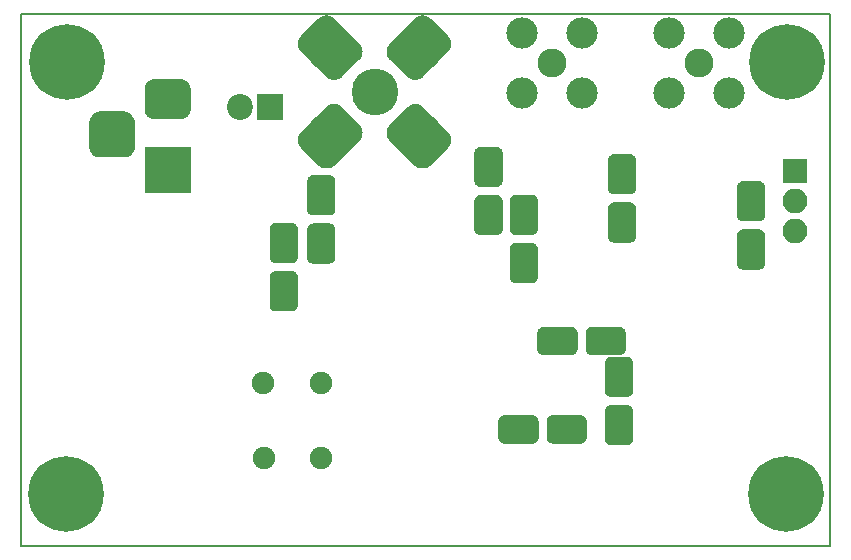
<source format=gbr>
%TF.GenerationSoftware,KiCad,Pcbnew,(5.1.2)-2*%
%TF.CreationDate,2019-08-18T23:04:57+01:00*%
%TF.ProjectId,ReferenceBias,52656665-7265-46e6-9365-426961732e6b,rev?*%
%TF.SameCoordinates,Original*%
%TF.FileFunction,Soldermask,Bot*%
%TF.FilePolarity,Negative*%
%FSLAX46Y46*%
G04 Gerber Fmt 4.6, Leading zero omitted, Abs format (unit mm)*
G04 Created by KiCad (PCBNEW (5.1.2)-2) date 2019-08-18 23:04:57*
%MOMM*%
%LPD*%
G04 APERTURE LIST*
%ADD10C,0.150000*%
%ADD11C,1.900000*%
%ADD12C,0.100000*%
%ADD13C,2.400000*%
%ADD14R,2.100000X2.100000*%
%ADD15O,2.100000X2.100000*%
%ADD16C,4.000000*%
%ADD17C,3.956000*%
%ADD18R,3.900000X3.900000*%
%ADD19C,3.400000*%
%ADD20C,3.900000*%
%ADD21C,2.650000*%
%ADD22C,2.450000*%
%ADD23C,6.400000*%
%ADD24R,2.200000X2.200000*%
%ADD25C,2.200000*%
G04 APERTURE END LIST*
D10*
X28500000Y-109000000D02*
X28500000Y-154000000D01*
X97000000Y-154000000D02*
X28500000Y-154000000D01*
X97000000Y-109000000D02*
X97000000Y-154000000D01*
X28500000Y-109000000D02*
X97000000Y-109000000D01*
D11*
X53902000Y-146558000D03*
X49022000Y-146558000D03*
X48968000Y-140208000D03*
X53848000Y-140208000D03*
D12*
G36*
X79216247Y-135454508D02*
G01*
X79266803Y-135462007D01*
X79316380Y-135474425D01*
X79364502Y-135491644D01*
X79410703Y-135513495D01*
X79454541Y-135539771D01*
X79495592Y-135570216D01*
X79533461Y-135604539D01*
X79567784Y-135642408D01*
X79598229Y-135683459D01*
X79624505Y-135727297D01*
X79646356Y-135773498D01*
X79663575Y-135821620D01*
X79675993Y-135871197D01*
X79683492Y-135921753D01*
X79686000Y-135972800D01*
X79686000Y-137331200D01*
X79683492Y-137382247D01*
X79675993Y-137432803D01*
X79663575Y-137482380D01*
X79646356Y-137530502D01*
X79624505Y-137576703D01*
X79598229Y-137620541D01*
X79567784Y-137661592D01*
X79533461Y-137699461D01*
X79495592Y-137733784D01*
X79454541Y-137764229D01*
X79410703Y-137790505D01*
X79364502Y-137812356D01*
X79316380Y-137829575D01*
X79266803Y-137841993D01*
X79216247Y-137849492D01*
X79165200Y-137852000D01*
X76806800Y-137852000D01*
X76755753Y-137849492D01*
X76705197Y-137841993D01*
X76655620Y-137829575D01*
X76607498Y-137812356D01*
X76561297Y-137790505D01*
X76517459Y-137764229D01*
X76476408Y-137733784D01*
X76438539Y-137699461D01*
X76404216Y-137661592D01*
X76373771Y-137620541D01*
X76347495Y-137576703D01*
X76325644Y-137530502D01*
X76308425Y-137482380D01*
X76296007Y-137432803D01*
X76288508Y-137382247D01*
X76286000Y-137331200D01*
X76286000Y-135972800D01*
X76288508Y-135921753D01*
X76296007Y-135871197D01*
X76308425Y-135821620D01*
X76325644Y-135773498D01*
X76347495Y-135727297D01*
X76373771Y-135683459D01*
X76404216Y-135642408D01*
X76438539Y-135604539D01*
X76476408Y-135570216D01*
X76517459Y-135539771D01*
X76561297Y-135513495D01*
X76607498Y-135491644D01*
X76655620Y-135474425D01*
X76705197Y-135462007D01*
X76755753Y-135454508D01*
X76806800Y-135452000D01*
X79165200Y-135452000D01*
X79216247Y-135454508D01*
X79216247Y-135454508D01*
G37*
D13*
X77986000Y-136652000D03*
D12*
G36*
X75136247Y-135454508D02*
G01*
X75186803Y-135462007D01*
X75236380Y-135474425D01*
X75284502Y-135491644D01*
X75330703Y-135513495D01*
X75374541Y-135539771D01*
X75415592Y-135570216D01*
X75453461Y-135604539D01*
X75487784Y-135642408D01*
X75518229Y-135683459D01*
X75544505Y-135727297D01*
X75566356Y-135773498D01*
X75583575Y-135821620D01*
X75595993Y-135871197D01*
X75603492Y-135921753D01*
X75606000Y-135972800D01*
X75606000Y-137331200D01*
X75603492Y-137382247D01*
X75595993Y-137432803D01*
X75583575Y-137482380D01*
X75566356Y-137530502D01*
X75544505Y-137576703D01*
X75518229Y-137620541D01*
X75487784Y-137661592D01*
X75453461Y-137699461D01*
X75415592Y-137733784D01*
X75374541Y-137764229D01*
X75330703Y-137790505D01*
X75284502Y-137812356D01*
X75236380Y-137829575D01*
X75186803Y-137841993D01*
X75136247Y-137849492D01*
X75085200Y-137852000D01*
X72726800Y-137852000D01*
X72675753Y-137849492D01*
X72625197Y-137841993D01*
X72575620Y-137829575D01*
X72527498Y-137812356D01*
X72481297Y-137790505D01*
X72437459Y-137764229D01*
X72396408Y-137733784D01*
X72358539Y-137699461D01*
X72324216Y-137661592D01*
X72293771Y-137620541D01*
X72267495Y-137576703D01*
X72245644Y-137530502D01*
X72228425Y-137482380D01*
X72216007Y-137432803D01*
X72208508Y-137382247D01*
X72206000Y-137331200D01*
X72206000Y-135972800D01*
X72208508Y-135921753D01*
X72216007Y-135871197D01*
X72228425Y-135821620D01*
X72245644Y-135773498D01*
X72267495Y-135727297D01*
X72293771Y-135683459D01*
X72324216Y-135642408D01*
X72358539Y-135604539D01*
X72396408Y-135570216D01*
X72437459Y-135539771D01*
X72481297Y-135513495D01*
X72527498Y-135491644D01*
X72575620Y-135474425D01*
X72625197Y-135462007D01*
X72675753Y-135454508D01*
X72726800Y-135452000D01*
X75085200Y-135452000D01*
X75136247Y-135454508D01*
X75136247Y-135454508D01*
G37*
D13*
X73906000Y-136652000D03*
D12*
G36*
X79851247Y-142074508D02*
G01*
X79901803Y-142082007D01*
X79951380Y-142094425D01*
X79999502Y-142111644D01*
X80045703Y-142133495D01*
X80089541Y-142159771D01*
X80130592Y-142190216D01*
X80168461Y-142224539D01*
X80202784Y-142262408D01*
X80233229Y-142303459D01*
X80259505Y-142347297D01*
X80281356Y-142393498D01*
X80298575Y-142441620D01*
X80310993Y-142491197D01*
X80318492Y-142541753D01*
X80321000Y-142592800D01*
X80321000Y-144951200D01*
X80318492Y-145002247D01*
X80310993Y-145052803D01*
X80298575Y-145102380D01*
X80281356Y-145150502D01*
X80259505Y-145196703D01*
X80233229Y-145240541D01*
X80202784Y-145281592D01*
X80168461Y-145319461D01*
X80130592Y-145353784D01*
X80089541Y-145384229D01*
X80045703Y-145410505D01*
X79999502Y-145432356D01*
X79951380Y-145449575D01*
X79901803Y-145461993D01*
X79851247Y-145469492D01*
X79800200Y-145472000D01*
X78441800Y-145472000D01*
X78390753Y-145469492D01*
X78340197Y-145461993D01*
X78290620Y-145449575D01*
X78242498Y-145432356D01*
X78196297Y-145410505D01*
X78152459Y-145384229D01*
X78111408Y-145353784D01*
X78073539Y-145319461D01*
X78039216Y-145281592D01*
X78008771Y-145240541D01*
X77982495Y-145196703D01*
X77960644Y-145150502D01*
X77943425Y-145102380D01*
X77931007Y-145052803D01*
X77923508Y-145002247D01*
X77921000Y-144951200D01*
X77921000Y-142592800D01*
X77923508Y-142541753D01*
X77931007Y-142491197D01*
X77943425Y-142441620D01*
X77960644Y-142393498D01*
X77982495Y-142347297D01*
X78008771Y-142303459D01*
X78039216Y-142262408D01*
X78073539Y-142224539D01*
X78111408Y-142190216D01*
X78152459Y-142159771D01*
X78196297Y-142133495D01*
X78242498Y-142111644D01*
X78290620Y-142094425D01*
X78340197Y-142082007D01*
X78390753Y-142074508D01*
X78441800Y-142072000D01*
X79800200Y-142072000D01*
X79851247Y-142074508D01*
X79851247Y-142074508D01*
G37*
D13*
X79121000Y-143772000D03*
D12*
G36*
X79851247Y-137994508D02*
G01*
X79901803Y-138002007D01*
X79951380Y-138014425D01*
X79999502Y-138031644D01*
X80045703Y-138053495D01*
X80089541Y-138079771D01*
X80130592Y-138110216D01*
X80168461Y-138144539D01*
X80202784Y-138182408D01*
X80233229Y-138223459D01*
X80259505Y-138267297D01*
X80281356Y-138313498D01*
X80298575Y-138361620D01*
X80310993Y-138411197D01*
X80318492Y-138461753D01*
X80321000Y-138512800D01*
X80321000Y-140871200D01*
X80318492Y-140922247D01*
X80310993Y-140972803D01*
X80298575Y-141022380D01*
X80281356Y-141070502D01*
X80259505Y-141116703D01*
X80233229Y-141160541D01*
X80202784Y-141201592D01*
X80168461Y-141239461D01*
X80130592Y-141273784D01*
X80089541Y-141304229D01*
X80045703Y-141330505D01*
X79999502Y-141352356D01*
X79951380Y-141369575D01*
X79901803Y-141381993D01*
X79851247Y-141389492D01*
X79800200Y-141392000D01*
X78441800Y-141392000D01*
X78390753Y-141389492D01*
X78340197Y-141381993D01*
X78290620Y-141369575D01*
X78242498Y-141352356D01*
X78196297Y-141330505D01*
X78152459Y-141304229D01*
X78111408Y-141273784D01*
X78073539Y-141239461D01*
X78039216Y-141201592D01*
X78008771Y-141160541D01*
X77982495Y-141116703D01*
X77960644Y-141070502D01*
X77943425Y-141022380D01*
X77931007Y-140972803D01*
X77923508Y-140922247D01*
X77921000Y-140871200D01*
X77921000Y-138512800D01*
X77923508Y-138461753D01*
X77931007Y-138411197D01*
X77943425Y-138361620D01*
X77960644Y-138313498D01*
X77982495Y-138267297D01*
X78008771Y-138223459D01*
X78039216Y-138182408D01*
X78073539Y-138144539D01*
X78111408Y-138110216D01*
X78152459Y-138079771D01*
X78196297Y-138053495D01*
X78242498Y-138031644D01*
X78290620Y-138014425D01*
X78340197Y-138002007D01*
X78390753Y-137994508D01*
X78441800Y-137992000D01*
X79800200Y-137992000D01*
X79851247Y-137994508D01*
X79851247Y-137994508D01*
G37*
D13*
X79121000Y-139692000D03*
D12*
G36*
X71834247Y-142947508D02*
G01*
X71884803Y-142955007D01*
X71934380Y-142967425D01*
X71982502Y-142984644D01*
X72028703Y-143006495D01*
X72072541Y-143032771D01*
X72113592Y-143063216D01*
X72151461Y-143097539D01*
X72185784Y-143135408D01*
X72216229Y-143176459D01*
X72242505Y-143220297D01*
X72264356Y-143266498D01*
X72281575Y-143314620D01*
X72293993Y-143364197D01*
X72301492Y-143414753D01*
X72304000Y-143465800D01*
X72304000Y-144824200D01*
X72301492Y-144875247D01*
X72293993Y-144925803D01*
X72281575Y-144975380D01*
X72264356Y-145023502D01*
X72242505Y-145069703D01*
X72216229Y-145113541D01*
X72185784Y-145154592D01*
X72151461Y-145192461D01*
X72113592Y-145226784D01*
X72072541Y-145257229D01*
X72028703Y-145283505D01*
X71982502Y-145305356D01*
X71934380Y-145322575D01*
X71884803Y-145334993D01*
X71834247Y-145342492D01*
X71783200Y-145345000D01*
X69424800Y-145345000D01*
X69373753Y-145342492D01*
X69323197Y-145334993D01*
X69273620Y-145322575D01*
X69225498Y-145305356D01*
X69179297Y-145283505D01*
X69135459Y-145257229D01*
X69094408Y-145226784D01*
X69056539Y-145192461D01*
X69022216Y-145154592D01*
X68991771Y-145113541D01*
X68965495Y-145069703D01*
X68943644Y-145023502D01*
X68926425Y-144975380D01*
X68914007Y-144925803D01*
X68906508Y-144875247D01*
X68904000Y-144824200D01*
X68904000Y-143465800D01*
X68906508Y-143414753D01*
X68914007Y-143364197D01*
X68926425Y-143314620D01*
X68943644Y-143266498D01*
X68965495Y-143220297D01*
X68991771Y-143176459D01*
X69022216Y-143135408D01*
X69056539Y-143097539D01*
X69094408Y-143063216D01*
X69135459Y-143032771D01*
X69179297Y-143006495D01*
X69225498Y-142984644D01*
X69273620Y-142967425D01*
X69323197Y-142955007D01*
X69373753Y-142947508D01*
X69424800Y-142945000D01*
X71783200Y-142945000D01*
X71834247Y-142947508D01*
X71834247Y-142947508D01*
G37*
D13*
X70604000Y-144145000D03*
D12*
G36*
X75914247Y-142947508D02*
G01*
X75964803Y-142955007D01*
X76014380Y-142967425D01*
X76062502Y-142984644D01*
X76108703Y-143006495D01*
X76152541Y-143032771D01*
X76193592Y-143063216D01*
X76231461Y-143097539D01*
X76265784Y-143135408D01*
X76296229Y-143176459D01*
X76322505Y-143220297D01*
X76344356Y-143266498D01*
X76361575Y-143314620D01*
X76373993Y-143364197D01*
X76381492Y-143414753D01*
X76384000Y-143465800D01*
X76384000Y-144824200D01*
X76381492Y-144875247D01*
X76373993Y-144925803D01*
X76361575Y-144975380D01*
X76344356Y-145023502D01*
X76322505Y-145069703D01*
X76296229Y-145113541D01*
X76265784Y-145154592D01*
X76231461Y-145192461D01*
X76193592Y-145226784D01*
X76152541Y-145257229D01*
X76108703Y-145283505D01*
X76062502Y-145305356D01*
X76014380Y-145322575D01*
X75964803Y-145334993D01*
X75914247Y-145342492D01*
X75863200Y-145345000D01*
X73504800Y-145345000D01*
X73453753Y-145342492D01*
X73403197Y-145334993D01*
X73353620Y-145322575D01*
X73305498Y-145305356D01*
X73259297Y-145283505D01*
X73215459Y-145257229D01*
X73174408Y-145226784D01*
X73136539Y-145192461D01*
X73102216Y-145154592D01*
X73071771Y-145113541D01*
X73045495Y-145069703D01*
X73023644Y-145023502D01*
X73006425Y-144975380D01*
X72994007Y-144925803D01*
X72986508Y-144875247D01*
X72984000Y-144824200D01*
X72984000Y-143465800D01*
X72986508Y-143414753D01*
X72994007Y-143364197D01*
X73006425Y-143314620D01*
X73023644Y-143266498D01*
X73045495Y-143220297D01*
X73071771Y-143176459D01*
X73102216Y-143135408D01*
X73136539Y-143097539D01*
X73174408Y-143063216D01*
X73215459Y-143032771D01*
X73259297Y-143006495D01*
X73305498Y-142984644D01*
X73353620Y-142967425D01*
X73403197Y-142955007D01*
X73453753Y-142947508D01*
X73504800Y-142945000D01*
X75863200Y-142945000D01*
X75914247Y-142947508D01*
X75914247Y-142947508D01*
G37*
D13*
X74684000Y-144145000D03*
D12*
G36*
X91027247Y-123135508D02*
G01*
X91077803Y-123143007D01*
X91127380Y-123155425D01*
X91175502Y-123172644D01*
X91221703Y-123194495D01*
X91265541Y-123220771D01*
X91306592Y-123251216D01*
X91344461Y-123285539D01*
X91378784Y-123323408D01*
X91409229Y-123364459D01*
X91435505Y-123408297D01*
X91457356Y-123454498D01*
X91474575Y-123502620D01*
X91486993Y-123552197D01*
X91494492Y-123602753D01*
X91497000Y-123653800D01*
X91497000Y-126012200D01*
X91494492Y-126063247D01*
X91486993Y-126113803D01*
X91474575Y-126163380D01*
X91457356Y-126211502D01*
X91435505Y-126257703D01*
X91409229Y-126301541D01*
X91378784Y-126342592D01*
X91344461Y-126380461D01*
X91306592Y-126414784D01*
X91265541Y-126445229D01*
X91221703Y-126471505D01*
X91175502Y-126493356D01*
X91127380Y-126510575D01*
X91077803Y-126522993D01*
X91027247Y-126530492D01*
X90976200Y-126533000D01*
X89617800Y-126533000D01*
X89566753Y-126530492D01*
X89516197Y-126522993D01*
X89466620Y-126510575D01*
X89418498Y-126493356D01*
X89372297Y-126471505D01*
X89328459Y-126445229D01*
X89287408Y-126414784D01*
X89249539Y-126380461D01*
X89215216Y-126342592D01*
X89184771Y-126301541D01*
X89158495Y-126257703D01*
X89136644Y-126211502D01*
X89119425Y-126163380D01*
X89107007Y-126113803D01*
X89099508Y-126063247D01*
X89097000Y-126012200D01*
X89097000Y-123653800D01*
X89099508Y-123602753D01*
X89107007Y-123552197D01*
X89119425Y-123502620D01*
X89136644Y-123454498D01*
X89158495Y-123408297D01*
X89184771Y-123364459D01*
X89215216Y-123323408D01*
X89249539Y-123285539D01*
X89287408Y-123251216D01*
X89328459Y-123220771D01*
X89372297Y-123194495D01*
X89418498Y-123172644D01*
X89466620Y-123155425D01*
X89516197Y-123143007D01*
X89566753Y-123135508D01*
X89617800Y-123133000D01*
X90976200Y-123133000D01*
X91027247Y-123135508D01*
X91027247Y-123135508D01*
G37*
D13*
X90297000Y-124833000D03*
D12*
G36*
X91027247Y-127215508D02*
G01*
X91077803Y-127223007D01*
X91127380Y-127235425D01*
X91175502Y-127252644D01*
X91221703Y-127274495D01*
X91265541Y-127300771D01*
X91306592Y-127331216D01*
X91344461Y-127365539D01*
X91378784Y-127403408D01*
X91409229Y-127444459D01*
X91435505Y-127488297D01*
X91457356Y-127534498D01*
X91474575Y-127582620D01*
X91486993Y-127632197D01*
X91494492Y-127682753D01*
X91497000Y-127733800D01*
X91497000Y-130092200D01*
X91494492Y-130143247D01*
X91486993Y-130193803D01*
X91474575Y-130243380D01*
X91457356Y-130291502D01*
X91435505Y-130337703D01*
X91409229Y-130381541D01*
X91378784Y-130422592D01*
X91344461Y-130460461D01*
X91306592Y-130494784D01*
X91265541Y-130525229D01*
X91221703Y-130551505D01*
X91175502Y-130573356D01*
X91127380Y-130590575D01*
X91077803Y-130602993D01*
X91027247Y-130610492D01*
X90976200Y-130613000D01*
X89617800Y-130613000D01*
X89566753Y-130610492D01*
X89516197Y-130602993D01*
X89466620Y-130590575D01*
X89418498Y-130573356D01*
X89372297Y-130551505D01*
X89328459Y-130525229D01*
X89287408Y-130494784D01*
X89249539Y-130460461D01*
X89215216Y-130422592D01*
X89184771Y-130381541D01*
X89158495Y-130337703D01*
X89136644Y-130291502D01*
X89119425Y-130243380D01*
X89107007Y-130193803D01*
X89099508Y-130143247D01*
X89097000Y-130092200D01*
X89097000Y-127733800D01*
X89099508Y-127682753D01*
X89107007Y-127632197D01*
X89119425Y-127582620D01*
X89136644Y-127534498D01*
X89158495Y-127488297D01*
X89184771Y-127444459D01*
X89215216Y-127403408D01*
X89249539Y-127365539D01*
X89287408Y-127331216D01*
X89328459Y-127300771D01*
X89372297Y-127274495D01*
X89418498Y-127252644D01*
X89466620Y-127235425D01*
X89516197Y-127223007D01*
X89566753Y-127215508D01*
X89617800Y-127213000D01*
X90976200Y-127213000D01*
X91027247Y-127215508D01*
X91027247Y-127215508D01*
G37*
D13*
X90297000Y-128913000D03*
D12*
G36*
X51459298Y-126666043D02*
G01*
X51509854Y-126673542D01*
X51559431Y-126685960D01*
X51607553Y-126703179D01*
X51653754Y-126725030D01*
X51697592Y-126751306D01*
X51738643Y-126781751D01*
X51776512Y-126816074D01*
X51810835Y-126853943D01*
X51841280Y-126894994D01*
X51867556Y-126938832D01*
X51889407Y-126985033D01*
X51906626Y-127033155D01*
X51919044Y-127082732D01*
X51926543Y-127133288D01*
X51929051Y-127184335D01*
X51929051Y-129542735D01*
X51926543Y-129593782D01*
X51919044Y-129644338D01*
X51906626Y-129693915D01*
X51889407Y-129742037D01*
X51867556Y-129788238D01*
X51841280Y-129832076D01*
X51810835Y-129873127D01*
X51776512Y-129910996D01*
X51738643Y-129945319D01*
X51697592Y-129975764D01*
X51653754Y-130002040D01*
X51607553Y-130023891D01*
X51559431Y-130041110D01*
X51509854Y-130053528D01*
X51459298Y-130061027D01*
X51408251Y-130063535D01*
X50049851Y-130063535D01*
X49998804Y-130061027D01*
X49948248Y-130053528D01*
X49898671Y-130041110D01*
X49850549Y-130023891D01*
X49804348Y-130002040D01*
X49760510Y-129975764D01*
X49719459Y-129945319D01*
X49681590Y-129910996D01*
X49647267Y-129873127D01*
X49616822Y-129832076D01*
X49590546Y-129788238D01*
X49568695Y-129742037D01*
X49551476Y-129693915D01*
X49539058Y-129644338D01*
X49531559Y-129593782D01*
X49529051Y-129542735D01*
X49529051Y-127184335D01*
X49531559Y-127133288D01*
X49539058Y-127082732D01*
X49551476Y-127033155D01*
X49568695Y-126985033D01*
X49590546Y-126938832D01*
X49616822Y-126894994D01*
X49647267Y-126853943D01*
X49681590Y-126816074D01*
X49719459Y-126781751D01*
X49760510Y-126751306D01*
X49804348Y-126725030D01*
X49850549Y-126703179D01*
X49898671Y-126685960D01*
X49948248Y-126673542D01*
X49998804Y-126666043D01*
X50049851Y-126663535D01*
X51408251Y-126663535D01*
X51459298Y-126666043D01*
X51459298Y-126666043D01*
G37*
D13*
X50729051Y-128363535D03*
D12*
G36*
X51459298Y-130746043D02*
G01*
X51509854Y-130753542D01*
X51559431Y-130765960D01*
X51607553Y-130783179D01*
X51653754Y-130805030D01*
X51697592Y-130831306D01*
X51738643Y-130861751D01*
X51776512Y-130896074D01*
X51810835Y-130933943D01*
X51841280Y-130974994D01*
X51867556Y-131018832D01*
X51889407Y-131065033D01*
X51906626Y-131113155D01*
X51919044Y-131162732D01*
X51926543Y-131213288D01*
X51929051Y-131264335D01*
X51929051Y-133622735D01*
X51926543Y-133673782D01*
X51919044Y-133724338D01*
X51906626Y-133773915D01*
X51889407Y-133822037D01*
X51867556Y-133868238D01*
X51841280Y-133912076D01*
X51810835Y-133953127D01*
X51776512Y-133990996D01*
X51738643Y-134025319D01*
X51697592Y-134055764D01*
X51653754Y-134082040D01*
X51607553Y-134103891D01*
X51559431Y-134121110D01*
X51509854Y-134133528D01*
X51459298Y-134141027D01*
X51408251Y-134143535D01*
X50049851Y-134143535D01*
X49998804Y-134141027D01*
X49948248Y-134133528D01*
X49898671Y-134121110D01*
X49850549Y-134103891D01*
X49804348Y-134082040D01*
X49760510Y-134055764D01*
X49719459Y-134025319D01*
X49681590Y-133990996D01*
X49647267Y-133953127D01*
X49616822Y-133912076D01*
X49590546Y-133868238D01*
X49568695Y-133822037D01*
X49551476Y-133773915D01*
X49539058Y-133724338D01*
X49531559Y-133673782D01*
X49529051Y-133622735D01*
X49529051Y-131264335D01*
X49531559Y-131213288D01*
X49539058Y-131162732D01*
X49551476Y-131113155D01*
X49568695Y-131065033D01*
X49590546Y-131018832D01*
X49616822Y-130974994D01*
X49647267Y-130933943D01*
X49681590Y-130896074D01*
X49719459Y-130861751D01*
X49760510Y-130831306D01*
X49804348Y-130805030D01*
X49850549Y-130783179D01*
X49898671Y-130765960D01*
X49948248Y-130753542D01*
X49998804Y-130746043D01*
X50049851Y-130743535D01*
X51408251Y-130743535D01*
X51459298Y-130746043D01*
X51459298Y-130746043D01*
G37*
D13*
X50729051Y-132443535D03*
D12*
G36*
X54634298Y-122627508D02*
G01*
X54684854Y-122635007D01*
X54734431Y-122647425D01*
X54782553Y-122664644D01*
X54828754Y-122686495D01*
X54872592Y-122712771D01*
X54913643Y-122743216D01*
X54951512Y-122777539D01*
X54985835Y-122815408D01*
X55016280Y-122856459D01*
X55042556Y-122900297D01*
X55064407Y-122946498D01*
X55081626Y-122994620D01*
X55094044Y-123044197D01*
X55101543Y-123094753D01*
X55104051Y-123145800D01*
X55104051Y-125504200D01*
X55101543Y-125555247D01*
X55094044Y-125605803D01*
X55081626Y-125655380D01*
X55064407Y-125703502D01*
X55042556Y-125749703D01*
X55016280Y-125793541D01*
X54985835Y-125834592D01*
X54951512Y-125872461D01*
X54913643Y-125906784D01*
X54872592Y-125937229D01*
X54828754Y-125963505D01*
X54782553Y-125985356D01*
X54734431Y-126002575D01*
X54684854Y-126014993D01*
X54634298Y-126022492D01*
X54583251Y-126025000D01*
X53224851Y-126025000D01*
X53173804Y-126022492D01*
X53123248Y-126014993D01*
X53073671Y-126002575D01*
X53025549Y-125985356D01*
X52979348Y-125963505D01*
X52935510Y-125937229D01*
X52894459Y-125906784D01*
X52856590Y-125872461D01*
X52822267Y-125834592D01*
X52791822Y-125793541D01*
X52765546Y-125749703D01*
X52743695Y-125703502D01*
X52726476Y-125655380D01*
X52714058Y-125605803D01*
X52706559Y-125555247D01*
X52704051Y-125504200D01*
X52704051Y-123145800D01*
X52706559Y-123094753D01*
X52714058Y-123044197D01*
X52726476Y-122994620D01*
X52743695Y-122946498D01*
X52765546Y-122900297D01*
X52791822Y-122856459D01*
X52822267Y-122815408D01*
X52856590Y-122777539D01*
X52894459Y-122743216D01*
X52935510Y-122712771D01*
X52979348Y-122686495D01*
X53025549Y-122664644D01*
X53073671Y-122647425D01*
X53123248Y-122635007D01*
X53173804Y-122627508D01*
X53224851Y-122625000D01*
X54583251Y-122625000D01*
X54634298Y-122627508D01*
X54634298Y-122627508D01*
G37*
D13*
X53904051Y-124325000D03*
D12*
G36*
X54634298Y-126707508D02*
G01*
X54684854Y-126715007D01*
X54734431Y-126727425D01*
X54782553Y-126744644D01*
X54828754Y-126766495D01*
X54872592Y-126792771D01*
X54913643Y-126823216D01*
X54951512Y-126857539D01*
X54985835Y-126895408D01*
X55016280Y-126936459D01*
X55042556Y-126980297D01*
X55064407Y-127026498D01*
X55081626Y-127074620D01*
X55094044Y-127124197D01*
X55101543Y-127174753D01*
X55104051Y-127225800D01*
X55104051Y-129584200D01*
X55101543Y-129635247D01*
X55094044Y-129685803D01*
X55081626Y-129735380D01*
X55064407Y-129783502D01*
X55042556Y-129829703D01*
X55016280Y-129873541D01*
X54985835Y-129914592D01*
X54951512Y-129952461D01*
X54913643Y-129986784D01*
X54872592Y-130017229D01*
X54828754Y-130043505D01*
X54782553Y-130065356D01*
X54734431Y-130082575D01*
X54684854Y-130094993D01*
X54634298Y-130102492D01*
X54583251Y-130105000D01*
X53224851Y-130105000D01*
X53173804Y-130102492D01*
X53123248Y-130094993D01*
X53073671Y-130082575D01*
X53025549Y-130065356D01*
X52979348Y-130043505D01*
X52935510Y-130017229D01*
X52894459Y-129986784D01*
X52856590Y-129952461D01*
X52822267Y-129914592D01*
X52791822Y-129873541D01*
X52765546Y-129829703D01*
X52743695Y-129783502D01*
X52726476Y-129735380D01*
X52714058Y-129685803D01*
X52706559Y-129635247D01*
X52704051Y-129584200D01*
X52704051Y-127225800D01*
X52706559Y-127174753D01*
X52714058Y-127124197D01*
X52726476Y-127074620D01*
X52743695Y-127026498D01*
X52765546Y-126980297D01*
X52791822Y-126936459D01*
X52822267Y-126895408D01*
X52856590Y-126857539D01*
X52894459Y-126823216D01*
X52935510Y-126792771D01*
X52979348Y-126766495D01*
X53025549Y-126744644D01*
X53073671Y-126727425D01*
X53123248Y-126715007D01*
X53173804Y-126707508D01*
X53224851Y-126705000D01*
X54583251Y-126705000D01*
X54634298Y-126707508D01*
X54634298Y-126707508D01*
G37*
D13*
X53904051Y-128405000D03*
D12*
G36*
X71779298Y-124278508D02*
G01*
X71829854Y-124286007D01*
X71879431Y-124298425D01*
X71927553Y-124315644D01*
X71973754Y-124337495D01*
X72017592Y-124363771D01*
X72058643Y-124394216D01*
X72096512Y-124428539D01*
X72130835Y-124466408D01*
X72161280Y-124507459D01*
X72187556Y-124551297D01*
X72209407Y-124597498D01*
X72226626Y-124645620D01*
X72239044Y-124695197D01*
X72246543Y-124745753D01*
X72249051Y-124796800D01*
X72249051Y-127155200D01*
X72246543Y-127206247D01*
X72239044Y-127256803D01*
X72226626Y-127306380D01*
X72209407Y-127354502D01*
X72187556Y-127400703D01*
X72161280Y-127444541D01*
X72130835Y-127485592D01*
X72096512Y-127523461D01*
X72058643Y-127557784D01*
X72017592Y-127588229D01*
X71973754Y-127614505D01*
X71927553Y-127636356D01*
X71879431Y-127653575D01*
X71829854Y-127665993D01*
X71779298Y-127673492D01*
X71728251Y-127676000D01*
X70369851Y-127676000D01*
X70318804Y-127673492D01*
X70268248Y-127665993D01*
X70218671Y-127653575D01*
X70170549Y-127636356D01*
X70124348Y-127614505D01*
X70080510Y-127588229D01*
X70039459Y-127557784D01*
X70001590Y-127523461D01*
X69967267Y-127485592D01*
X69936822Y-127444541D01*
X69910546Y-127400703D01*
X69888695Y-127354502D01*
X69871476Y-127306380D01*
X69859058Y-127256803D01*
X69851559Y-127206247D01*
X69849051Y-127155200D01*
X69849051Y-124796800D01*
X69851559Y-124745753D01*
X69859058Y-124695197D01*
X69871476Y-124645620D01*
X69888695Y-124597498D01*
X69910546Y-124551297D01*
X69936822Y-124507459D01*
X69967267Y-124466408D01*
X70001590Y-124428539D01*
X70039459Y-124394216D01*
X70080510Y-124363771D01*
X70124348Y-124337495D01*
X70170549Y-124315644D01*
X70218671Y-124298425D01*
X70268248Y-124286007D01*
X70318804Y-124278508D01*
X70369851Y-124276000D01*
X71728251Y-124276000D01*
X71779298Y-124278508D01*
X71779298Y-124278508D01*
G37*
D13*
X71049051Y-125976000D03*
D12*
G36*
X71779298Y-128358508D02*
G01*
X71829854Y-128366007D01*
X71879431Y-128378425D01*
X71927553Y-128395644D01*
X71973754Y-128417495D01*
X72017592Y-128443771D01*
X72058643Y-128474216D01*
X72096512Y-128508539D01*
X72130835Y-128546408D01*
X72161280Y-128587459D01*
X72187556Y-128631297D01*
X72209407Y-128677498D01*
X72226626Y-128725620D01*
X72239044Y-128775197D01*
X72246543Y-128825753D01*
X72249051Y-128876800D01*
X72249051Y-131235200D01*
X72246543Y-131286247D01*
X72239044Y-131336803D01*
X72226626Y-131386380D01*
X72209407Y-131434502D01*
X72187556Y-131480703D01*
X72161280Y-131524541D01*
X72130835Y-131565592D01*
X72096512Y-131603461D01*
X72058643Y-131637784D01*
X72017592Y-131668229D01*
X71973754Y-131694505D01*
X71927553Y-131716356D01*
X71879431Y-131733575D01*
X71829854Y-131745993D01*
X71779298Y-131753492D01*
X71728251Y-131756000D01*
X70369851Y-131756000D01*
X70318804Y-131753492D01*
X70268248Y-131745993D01*
X70218671Y-131733575D01*
X70170549Y-131716356D01*
X70124348Y-131694505D01*
X70080510Y-131668229D01*
X70039459Y-131637784D01*
X70001590Y-131603461D01*
X69967267Y-131565592D01*
X69936822Y-131524541D01*
X69910546Y-131480703D01*
X69888695Y-131434502D01*
X69871476Y-131386380D01*
X69859058Y-131336803D01*
X69851559Y-131286247D01*
X69849051Y-131235200D01*
X69849051Y-128876800D01*
X69851559Y-128825753D01*
X69859058Y-128775197D01*
X69871476Y-128725620D01*
X69888695Y-128677498D01*
X69910546Y-128631297D01*
X69936822Y-128587459D01*
X69967267Y-128546408D01*
X70001590Y-128508539D01*
X70039459Y-128474216D01*
X70080510Y-128443771D01*
X70124348Y-128417495D01*
X70170549Y-128395644D01*
X70218671Y-128378425D01*
X70268248Y-128366007D01*
X70318804Y-128358508D01*
X70369851Y-128356000D01*
X71728251Y-128356000D01*
X71779298Y-128358508D01*
X71779298Y-128358508D01*
G37*
D13*
X71049051Y-130056000D03*
D12*
G36*
X80105247Y-124929508D02*
G01*
X80155803Y-124937007D01*
X80205380Y-124949425D01*
X80253502Y-124966644D01*
X80299703Y-124988495D01*
X80343541Y-125014771D01*
X80384592Y-125045216D01*
X80422461Y-125079539D01*
X80456784Y-125117408D01*
X80487229Y-125158459D01*
X80513505Y-125202297D01*
X80535356Y-125248498D01*
X80552575Y-125296620D01*
X80564993Y-125346197D01*
X80572492Y-125396753D01*
X80575000Y-125447800D01*
X80575000Y-127806200D01*
X80572492Y-127857247D01*
X80564993Y-127907803D01*
X80552575Y-127957380D01*
X80535356Y-128005502D01*
X80513505Y-128051703D01*
X80487229Y-128095541D01*
X80456784Y-128136592D01*
X80422461Y-128174461D01*
X80384592Y-128208784D01*
X80343541Y-128239229D01*
X80299703Y-128265505D01*
X80253502Y-128287356D01*
X80205380Y-128304575D01*
X80155803Y-128316993D01*
X80105247Y-128324492D01*
X80054200Y-128327000D01*
X78695800Y-128327000D01*
X78644753Y-128324492D01*
X78594197Y-128316993D01*
X78544620Y-128304575D01*
X78496498Y-128287356D01*
X78450297Y-128265505D01*
X78406459Y-128239229D01*
X78365408Y-128208784D01*
X78327539Y-128174461D01*
X78293216Y-128136592D01*
X78262771Y-128095541D01*
X78236495Y-128051703D01*
X78214644Y-128005502D01*
X78197425Y-127957380D01*
X78185007Y-127907803D01*
X78177508Y-127857247D01*
X78175000Y-127806200D01*
X78175000Y-125447800D01*
X78177508Y-125396753D01*
X78185007Y-125346197D01*
X78197425Y-125296620D01*
X78214644Y-125248498D01*
X78236495Y-125202297D01*
X78262771Y-125158459D01*
X78293216Y-125117408D01*
X78327539Y-125079539D01*
X78365408Y-125045216D01*
X78406459Y-125014771D01*
X78450297Y-124988495D01*
X78496498Y-124966644D01*
X78544620Y-124949425D01*
X78594197Y-124937007D01*
X78644753Y-124929508D01*
X78695800Y-124927000D01*
X80054200Y-124927000D01*
X80105247Y-124929508D01*
X80105247Y-124929508D01*
G37*
D13*
X79375000Y-126627000D03*
D12*
G36*
X80105247Y-120849508D02*
G01*
X80155803Y-120857007D01*
X80205380Y-120869425D01*
X80253502Y-120886644D01*
X80299703Y-120908495D01*
X80343541Y-120934771D01*
X80384592Y-120965216D01*
X80422461Y-120999539D01*
X80456784Y-121037408D01*
X80487229Y-121078459D01*
X80513505Y-121122297D01*
X80535356Y-121168498D01*
X80552575Y-121216620D01*
X80564993Y-121266197D01*
X80572492Y-121316753D01*
X80575000Y-121367800D01*
X80575000Y-123726200D01*
X80572492Y-123777247D01*
X80564993Y-123827803D01*
X80552575Y-123877380D01*
X80535356Y-123925502D01*
X80513505Y-123971703D01*
X80487229Y-124015541D01*
X80456784Y-124056592D01*
X80422461Y-124094461D01*
X80384592Y-124128784D01*
X80343541Y-124159229D01*
X80299703Y-124185505D01*
X80253502Y-124207356D01*
X80205380Y-124224575D01*
X80155803Y-124236993D01*
X80105247Y-124244492D01*
X80054200Y-124247000D01*
X78695800Y-124247000D01*
X78644753Y-124244492D01*
X78594197Y-124236993D01*
X78544620Y-124224575D01*
X78496498Y-124207356D01*
X78450297Y-124185505D01*
X78406459Y-124159229D01*
X78365408Y-124128784D01*
X78327539Y-124094461D01*
X78293216Y-124056592D01*
X78262771Y-124015541D01*
X78236495Y-123971703D01*
X78214644Y-123925502D01*
X78197425Y-123877380D01*
X78185007Y-123827803D01*
X78177508Y-123777247D01*
X78175000Y-123726200D01*
X78175000Y-121367800D01*
X78177508Y-121316753D01*
X78185007Y-121266197D01*
X78197425Y-121216620D01*
X78214644Y-121168498D01*
X78236495Y-121122297D01*
X78262771Y-121078459D01*
X78293216Y-121037408D01*
X78327539Y-120999539D01*
X78365408Y-120965216D01*
X78406459Y-120934771D01*
X78450297Y-120908495D01*
X78496498Y-120886644D01*
X78544620Y-120869425D01*
X78594197Y-120857007D01*
X78644753Y-120849508D01*
X78695800Y-120847000D01*
X80054200Y-120847000D01*
X80105247Y-120849508D01*
X80105247Y-120849508D01*
G37*
D13*
X79375000Y-122547000D03*
D12*
G36*
X68802247Y-120214508D02*
G01*
X68852803Y-120222007D01*
X68902380Y-120234425D01*
X68950502Y-120251644D01*
X68996703Y-120273495D01*
X69040541Y-120299771D01*
X69081592Y-120330216D01*
X69119461Y-120364539D01*
X69153784Y-120402408D01*
X69184229Y-120443459D01*
X69210505Y-120487297D01*
X69232356Y-120533498D01*
X69249575Y-120581620D01*
X69261993Y-120631197D01*
X69269492Y-120681753D01*
X69272000Y-120732800D01*
X69272000Y-123091200D01*
X69269492Y-123142247D01*
X69261993Y-123192803D01*
X69249575Y-123242380D01*
X69232356Y-123290502D01*
X69210505Y-123336703D01*
X69184229Y-123380541D01*
X69153784Y-123421592D01*
X69119461Y-123459461D01*
X69081592Y-123493784D01*
X69040541Y-123524229D01*
X68996703Y-123550505D01*
X68950502Y-123572356D01*
X68902380Y-123589575D01*
X68852803Y-123601993D01*
X68802247Y-123609492D01*
X68751200Y-123612000D01*
X67392800Y-123612000D01*
X67341753Y-123609492D01*
X67291197Y-123601993D01*
X67241620Y-123589575D01*
X67193498Y-123572356D01*
X67147297Y-123550505D01*
X67103459Y-123524229D01*
X67062408Y-123493784D01*
X67024539Y-123459461D01*
X66990216Y-123421592D01*
X66959771Y-123380541D01*
X66933495Y-123336703D01*
X66911644Y-123290502D01*
X66894425Y-123242380D01*
X66882007Y-123192803D01*
X66874508Y-123142247D01*
X66872000Y-123091200D01*
X66872000Y-120732800D01*
X66874508Y-120681753D01*
X66882007Y-120631197D01*
X66894425Y-120581620D01*
X66911644Y-120533498D01*
X66933495Y-120487297D01*
X66959771Y-120443459D01*
X66990216Y-120402408D01*
X67024539Y-120364539D01*
X67062408Y-120330216D01*
X67103459Y-120299771D01*
X67147297Y-120273495D01*
X67193498Y-120251644D01*
X67241620Y-120234425D01*
X67291197Y-120222007D01*
X67341753Y-120214508D01*
X67392800Y-120212000D01*
X68751200Y-120212000D01*
X68802247Y-120214508D01*
X68802247Y-120214508D01*
G37*
D13*
X68072000Y-121912000D03*
D12*
G36*
X68802247Y-124294508D02*
G01*
X68852803Y-124302007D01*
X68902380Y-124314425D01*
X68950502Y-124331644D01*
X68996703Y-124353495D01*
X69040541Y-124379771D01*
X69081592Y-124410216D01*
X69119461Y-124444539D01*
X69153784Y-124482408D01*
X69184229Y-124523459D01*
X69210505Y-124567297D01*
X69232356Y-124613498D01*
X69249575Y-124661620D01*
X69261993Y-124711197D01*
X69269492Y-124761753D01*
X69272000Y-124812800D01*
X69272000Y-127171200D01*
X69269492Y-127222247D01*
X69261993Y-127272803D01*
X69249575Y-127322380D01*
X69232356Y-127370502D01*
X69210505Y-127416703D01*
X69184229Y-127460541D01*
X69153784Y-127501592D01*
X69119461Y-127539461D01*
X69081592Y-127573784D01*
X69040541Y-127604229D01*
X68996703Y-127630505D01*
X68950502Y-127652356D01*
X68902380Y-127669575D01*
X68852803Y-127681993D01*
X68802247Y-127689492D01*
X68751200Y-127692000D01*
X67392800Y-127692000D01*
X67341753Y-127689492D01*
X67291197Y-127681993D01*
X67241620Y-127669575D01*
X67193498Y-127652356D01*
X67147297Y-127630505D01*
X67103459Y-127604229D01*
X67062408Y-127573784D01*
X67024539Y-127539461D01*
X66990216Y-127501592D01*
X66959771Y-127460541D01*
X66933495Y-127416703D01*
X66911644Y-127370502D01*
X66894425Y-127322380D01*
X66882007Y-127272803D01*
X66874508Y-127222247D01*
X66872000Y-127171200D01*
X66872000Y-124812800D01*
X66874508Y-124761753D01*
X66882007Y-124711197D01*
X66894425Y-124661620D01*
X66911644Y-124613498D01*
X66933495Y-124567297D01*
X66959771Y-124523459D01*
X66990216Y-124482408D01*
X67024539Y-124444539D01*
X67062408Y-124410216D01*
X67103459Y-124379771D01*
X67147297Y-124353495D01*
X67193498Y-124331644D01*
X67241620Y-124314425D01*
X67291197Y-124302007D01*
X67341753Y-124294508D01*
X67392800Y-124292000D01*
X68751200Y-124292000D01*
X68802247Y-124294508D01*
X68802247Y-124294508D01*
G37*
D13*
X68072000Y-125992000D03*
D14*
X93980000Y-122301000D03*
D15*
X93980000Y-124841000D03*
X93980000Y-127381000D03*
D12*
G36*
X55086215Y-116592403D02*
G01*
X55183288Y-116606803D01*
X55278483Y-116630648D01*
X55370881Y-116663708D01*
X55459595Y-116705667D01*
X55543768Y-116756118D01*
X55622591Y-116814578D01*
X55695305Y-116880481D01*
X57109519Y-118294695D01*
X57175422Y-118367409D01*
X57233882Y-118446232D01*
X57284333Y-118530405D01*
X57326292Y-118619119D01*
X57359352Y-118711517D01*
X57383197Y-118806712D01*
X57397597Y-118903785D01*
X57402412Y-119001802D01*
X57397597Y-119099819D01*
X57383197Y-119196892D01*
X57359352Y-119292087D01*
X57326292Y-119384485D01*
X57284333Y-119473199D01*
X57233882Y-119557372D01*
X57175422Y-119636195D01*
X57109519Y-119708909D01*
X55058909Y-121759519D01*
X54986195Y-121825422D01*
X54907372Y-121883882D01*
X54823199Y-121934333D01*
X54734485Y-121976292D01*
X54642087Y-122009352D01*
X54546892Y-122033197D01*
X54449819Y-122047597D01*
X54351802Y-122052412D01*
X54253785Y-122047597D01*
X54156712Y-122033197D01*
X54061517Y-122009352D01*
X53969119Y-121976292D01*
X53880405Y-121934333D01*
X53796232Y-121883882D01*
X53717409Y-121825422D01*
X53644695Y-121759519D01*
X52230481Y-120345305D01*
X52164578Y-120272591D01*
X52106118Y-120193768D01*
X52055667Y-120109595D01*
X52013708Y-120020881D01*
X51980648Y-119928483D01*
X51956803Y-119833288D01*
X51942403Y-119736215D01*
X51937588Y-119638198D01*
X51942403Y-119540181D01*
X51956803Y-119443108D01*
X51980648Y-119347913D01*
X52013708Y-119255515D01*
X52055667Y-119166801D01*
X52106118Y-119082628D01*
X52164578Y-119003805D01*
X52230481Y-118931091D01*
X54281091Y-116880481D01*
X54353805Y-116814578D01*
X54432628Y-116756118D01*
X54516801Y-116705667D01*
X54605515Y-116663708D01*
X54697913Y-116630648D01*
X54793108Y-116606803D01*
X54890181Y-116592403D01*
X54988198Y-116587588D01*
X55086215Y-116592403D01*
X55086215Y-116592403D01*
G37*
D16*
X54670000Y-119320000D03*
D12*
G36*
X54449819Y-109092403D02*
G01*
X54546892Y-109106803D01*
X54642087Y-109130648D01*
X54734485Y-109163708D01*
X54823199Y-109205667D01*
X54907372Y-109256118D01*
X54986195Y-109314578D01*
X55058909Y-109380481D01*
X57109519Y-111431091D01*
X57175422Y-111503805D01*
X57233882Y-111582628D01*
X57284333Y-111666801D01*
X57326292Y-111755515D01*
X57359352Y-111847913D01*
X57383197Y-111943108D01*
X57397597Y-112040181D01*
X57402412Y-112138198D01*
X57397597Y-112236215D01*
X57383197Y-112333288D01*
X57359352Y-112428483D01*
X57326292Y-112520881D01*
X57284333Y-112609595D01*
X57233882Y-112693768D01*
X57175422Y-112772591D01*
X57109519Y-112845305D01*
X55695305Y-114259519D01*
X55622591Y-114325422D01*
X55543768Y-114383882D01*
X55459595Y-114434333D01*
X55370881Y-114476292D01*
X55278483Y-114509352D01*
X55183288Y-114533197D01*
X55086215Y-114547597D01*
X54988198Y-114552412D01*
X54890181Y-114547597D01*
X54793108Y-114533197D01*
X54697913Y-114509352D01*
X54605515Y-114476292D01*
X54516801Y-114434333D01*
X54432628Y-114383882D01*
X54353805Y-114325422D01*
X54281091Y-114259519D01*
X52230481Y-112208909D01*
X52164578Y-112136195D01*
X52106118Y-112057372D01*
X52055667Y-111973199D01*
X52013708Y-111884485D01*
X51980648Y-111792087D01*
X51956803Y-111696892D01*
X51942403Y-111599819D01*
X51937588Y-111501802D01*
X51942403Y-111403785D01*
X51956803Y-111306712D01*
X51980648Y-111211517D01*
X52013708Y-111119119D01*
X52055667Y-111030405D01*
X52106118Y-110946232D01*
X52164578Y-110867409D01*
X52230481Y-110794695D01*
X53644695Y-109380481D01*
X53717409Y-109314578D01*
X53796232Y-109256118D01*
X53880405Y-109205667D01*
X53969119Y-109163708D01*
X54061517Y-109130648D01*
X54156712Y-109106803D01*
X54253785Y-109092403D01*
X54351802Y-109087588D01*
X54449819Y-109092403D01*
X54449819Y-109092403D01*
G37*
D16*
X54670000Y-111820000D03*
D12*
G36*
X61949819Y-116592403D02*
G01*
X62046892Y-116606803D01*
X62142087Y-116630648D01*
X62234485Y-116663708D01*
X62323199Y-116705667D01*
X62407372Y-116756118D01*
X62486195Y-116814578D01*
X62558909Y-116880481D01*
X64609519Y-118931091D01*
X64675422Y-119003805D01*
X64733882Y-119082628D01*
X64784333Y-119166801D01*
X64826292Y-119255515D01*
X64859352Y-119347913D01*
X64883197Y-119443108D01*
X64897597Y-119540181D01*
X64902412Y-119638198D01*
X64897597Y-119736215D01*
X64883197Y-119833288D01*
X64859352Y-119928483D01*
X64826292Y-120020881D01*
X64784333Y-120109595D01*
X64733882Y-120193768D01*
X64675422Y-120272591D01*
X64609519Y-120345305D01*
X63195305Y-121759519D01*
X63122591Y-121825422D01*
X63043768Y-121883882D01*
X62959595Y-121934333D01*
X62870881Y-121976292D01*
X62778483Y-122009352D01*
X62683288Y-122033197D01*
X62586215Y-122047597D01*
X62488198Y-122052412D01*
X62390181Y-122047597D01*
X62293108Y-122033197D01*
X62197913Y-122009352D01*
X62105515Y-121976292D01*
X62016801Y-121934333D01*
X61932628Y-121883882D01*
X61853805Y-121825422D01*
X61781091Y-121759519D01*
X59730481Y-119708909D01*
X59664578Y-119636195D01*
X59606118Y-119557372D01*
X59555667Y-119473199D01*
X59513708Y-119384485D01*
X59480648Y-119292087D01*
X59456803Y-119196892D01*
X59442403Y-119099819D01*
X59437588Y-119001802D01*
X59442403Y-118903785D01*
X59456803Y-118806712D01*
X59480648Y-118711517D01*
X59513708Y-118619119D01*
X59555667Y-118530405D01*
X59606118Y-118446232D01*
X59664578Y-118367409D01*
X59730481Y-118294695D01*
X61144695Y-116880481D01*
X61217409Y-116814578D01*
X61296232Y-116756118D01*
X61380405Y-116705667D01*
X61469119Y-116663708D01*
X61561517Y-116630648D01*
X61656712Y-116606803D01*
X61753785Y-116592403D01*
X61851802Y-116587588D01*
X61949819Y-116592403D01*
X61949819Y-116592403D01*
G37*
D16*
X62170000Y-119320000D03*
D17*
X58420000Y-115570000D03*
D12*
G36*
X62586215Y-109092403D02*
G01*
X62683288Y-109106803D01*
X62778483Y-109130648D01*
X62870881Y-109163708D01*
X62959595Y-109205667D01*
X63043768Y-109256118D01*
X63122591Y-109314578D01*
X63195305Y-109380481D01*
X64609519Y-110794695D01*
X64675422Y-110867409D01*
X64733882Y-110946232D01*
X64784333Y-111030405D01*
X64826292Y-111119119D01*
X64859352Y-111211517D01*
X64883197Y-111306712D01*
X64897597Y-111403785D01*
X64902412Y-111501802D01*
X64897597Y-111599819D01*
X64883197Y-111696892D01*
X64859352Y-111792087D01*
X64826292Y-111884485D01*
X64784333Y-111973199D01*
X64733882Y-112057372D01*
X64675422Y-112136195D01*
X64609519Y-112208909D01*
X62558909Y-114259519D01*
X62486195Y-114325422D01*
X62407372Y-114383882D01*
X62323199Y-114434333D01*
X62234485Y-114476292D01*
X62142087Y-114509352D01*
X62046892Y-114533197D01*
X61949819Y-114547597D01*
X61851802Y-114552412D01*
X61753785Y-114547597D01*
X61656712Y-114533197D01*
X61561517Y-114509352D01*
X61469119Y-114476292D01*
X61380405Y-114434333D01*
X61296232Y-114383882D01*
X61217409Y-114325422D01*
X61144695Y-114259519D01*
X59730481Y-112845305D01*
X59664578Y-112772591D01*
X59606118Y-112693768D01*
X59555667Y-112609595D01*
X59513708Y-112520881D01*
X59480648Y-112428483D01*
X59456803Y-112333288D01*
X59442403Y-112236215D01*
X59437588Y-112138198D01*
X59442403Y-112040181D01*
X59456803Y-111943108D01*
X59480648Y-111847913D01*
X59513708Y-111755515D01*
X59555667Y-111666801D01*
X59606118Y-111582628D01*
X59664578Y-111503805D01*
X59730481Y-111431091D01*
X61781091Y-109380481D01*
X61853805Y-109314578D01*
X61932628Y-109256118D01*
X62016801Y-109205667D01*
X62105515Y-109163708D01*
X62197913Y-109130648D01*
X62293108Y-109106803D01*
X62390181Y-109092403D01*
X62488198Y-109087588D01*
X62586215Y-109092403D01*
X62586215Y-109092403D01*
G37*
D16*
X62170000Y-111820000D03*
D18*
X40894000Y-122174000D03*
D12*
G36*
X42077315Y-114478093D02*
G01*
X42159827Y-114490333D01*
X42240742Y-114510601D01*
X42319281Y-114538702D01*
X42394687Y-114574367D01*
X42466235Y-114617251D01*
X42533234Y-114666941D01*
X42595041Y-114722959D01*
X42651059Y-114784766D01*
X42700749Y-114851765D01*
X42743633Y-114923313D01*
X42779298Y-114998719D01*
X42807399Y-115077258D01*
X42827667Y-115158173D01*
X42839907Y-115240685D01*
X42844000Y-115324000D01*
X42844000Y-117024000D01*
X42839907Y-117107315D01*
X42827667Y-117189827D01*
X42807399Y-117270742D01*
X42779298Y-117349281D01*
X42743633Y-117424687D01*
X42700749Y-117496235D01*
X42651059Y-117563234D01*
X42595041Y-117625041D01*
X42533234Y-117681059D01*
X42466235Y-117730749D01*
X42394687Y-117773633D01*
X42319281Y-117809298D01*
X42240742Y-117837399D01*
X42159827Y-117857667D01*
X42077315Y-117869907D01*
X41994000Y-117874000D01*
X39794000Y-117874000D01*
X39710685Y-117869907D01*
X39628173Y-117857667D01*
X39547258Y-117837399D01*
X39468719Y-117809298D01*
X39393313Y-117773633D01*
X39321765Y-117730749D01*
X39254766Y-117681059D01*
X39192959Y-117625041D01*
X39136941Y-117563234D01*
X39087251Y-117496235D01*
X39044367Y-117424687D01*
X39008702Y-117349281D01*
X38980601Y-117270742D01*
X38960333Y-117189827D01*
X38948093Y-117107315D01*
X38944000Y-117024000D01*
X38944000Y-115324000D01*
X38948093Y-115240685D01*
X38960333Y-115158173D01*
X38980601Y-115077258D01*
X39008702Y-114998719D01*
X39044367Y-114923313D01*
X39087251Y-114851765D01*
X39136941Y-114784766D01*
X39192959Y-114722959D01*
X39254766Y-114666941D01*
X39321765Y-114617251D01*
X39393313Y-114574367D01*
X39468719Y-114538702D01*
X39547258Y-114510601D01*
X39628173Y-114490333D01*
X39710685Y-114478093D01*
X39794000Y-114474000D01*
X41994000Y-114474000D01*
X42077315Y-114478093D01*
X42077315Y-114478093D01*
G37*
D19*
X40894000Y-116174000D03*
D12*
G36*
X37264567Y-117228695D02*
G01*
X37359213Y-117242734D01*
X37452028Y-117265983D01*
X37542116Y-117298217D01*
X37628612Y-117339127D01*
X37710681Y-117388317D01*
X37787533Y-117445315D01*
X37858429Y-117509571D01*
X37922685Y-117580467D01*
X37979683Y-117657319D01*
X38028873Y-117739388D01*
X38069783Y-117825884D01*
X38102017Y-117915972D01*
X38125266Y-118008787D01*
X38139305Y-118103433D01*
X38144000Y-118199000D01*
X38144000Y-120149000D01*
X38139305Y-120244567D01*
X38125266Y-120339213D01*
X38102017Y-120432028D01*
X38069783Y-120522116D01*
X38028873Y-120608612D01*
X37979683Y-120690681D01*
X37922685Y-120767533D01*
X37858429Y-120838429D01*
X37787533Y-120902685D01*
X37710681Y-120959683D01*
X37628612Y-121008873D01*
X37542116Y-121049783D01*
X37452028Y-121082017D01*
X37359213Y-121105266D01*
X37264567Y-121119305D01*
X37169000Y-121124000D01*
X35219000Y-121124000D01*
X35123433Y-121119305D01*
X35028787Y-121105266D01*
X34935972Y-121082017D01*
X34845884Y-121049783D01*
X34759388Y-121008873D01*
X34677319Y-120959683D01*
X34600467Y-120902685D01*
X34529571Y-120838429D01*
X34465315Y-120767533D01*
X34408317Y-120690681D01*
X34359127Y-120608612D01*
X34318217Y-120522116D01*
X34285983Y-120432028D01*
X34262734Y-120339213D01*
X34248695Y-120244567D01*
X34244000Y-120149000D01*
X34244000Y-118199000D01*
X34248695Y-118103433D01*
X34262734Y-118008787D01*
X34285983Y-117915972D01*
X34318217Y-117825884D01*
X34359127Y-117739388D01*
X34408317Y-117657319D01*
X34465315Y-117580467D01*
X34529571Y-117509571D01*
X34600467Y-117445315D01*
X34677319Y-117388317D01*
X34759388Y-117339127D01*
X34845884Y-117298217D01*
X34935972Y-117265983D01*
X35028787Y-117242734D01*
X35123433Y-117228695D01*
X35219000Y-117224000D01*
X37169000Y-117224000D01*
X37264567Y-117228695D01*
X37264567Y-117228695D01*
G37*
D20*
X36194000Y-119174000D03*
D21*
X70866000Y-110617000D03*
X75946000Y-110617000D03*
X75946000Y-115697000D03*
X70866000Y-115697000D03*
D22*
X73406000Y-113157000D03*
D21*
X83312000Y-110617000D03*
X88392000Y-110617000D03*
X88392000Y-115697000D03*
X83312000Y-115697000D03*
D22*
X85852000Y-113157000D03*
D23*
X93345000Y-113030000D03*
X32385000Y-113030000D03*
X93218000Y-149606000D03*
X32258000Y-149606000D03*
D24*
X49530000Y-116840000D03*
D25*
X46990000Y-116840000D03*
M02*

</source>
